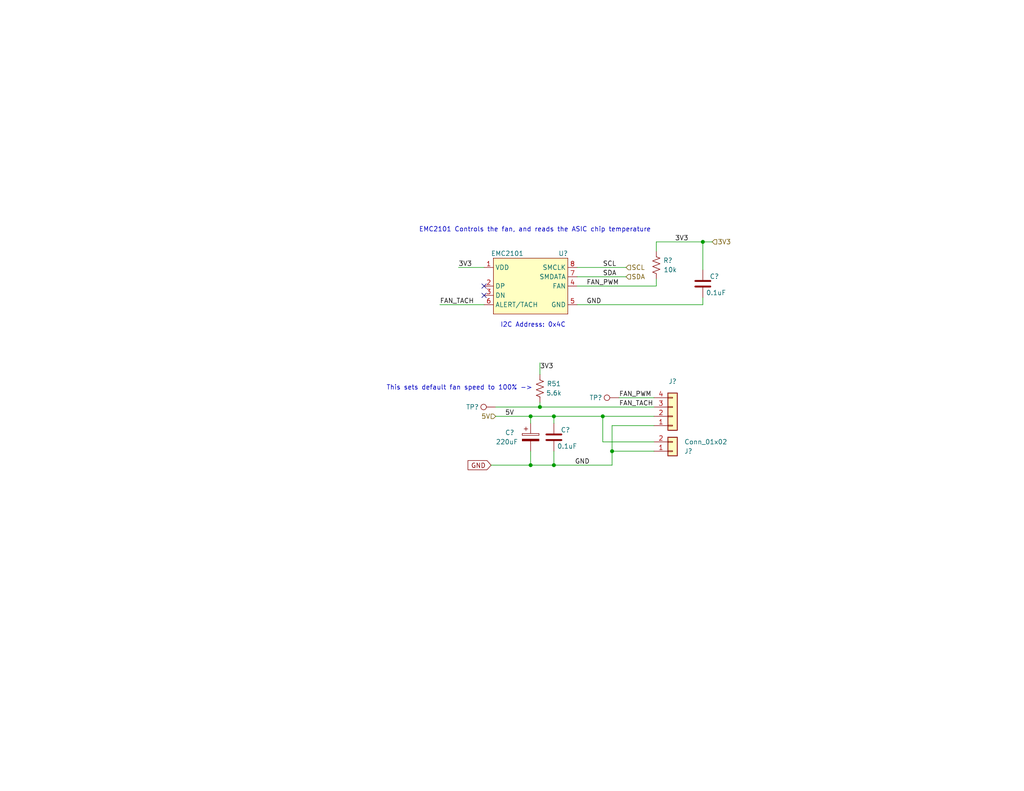
<source format=kicad_sch>
(kicad_sch
	(version 20250114)
	(generator "eeschema")
	(generator_version "9.0")
	(uuid "e3011397-6e70-47ae-93ca-7e99c3d9ef05")
	(paper "A")
	(lib_symbols
		(symbol "Connector:TestPoint"
			(pin_numbers
				(hide yes)
			)
			(pin_names
				(offset 0.762)
				(hide yes)
			)
			(exclude_from_sim no)
			(in_bom yes)
			(on_board yes)
			(property "Reference" "TP"
				(at 0 6.858 0)
				(effects
					(font
						(size 1.27 1.27)
					)
				)
			)
			(property "Value" "TestPoint"
				(at 0 5.08 0)
				(effects
					(font
						(size 1.27 1.27)
					)
				)
			)
			(property "Footprint" ""
				(at 5.08 0 0)
				(effects
					(font
						(size 1.27 1.27)
					)
					(hide yes)
				)
			)
			(property "Datasheet" "~"
				(at 5.08 0 0)
				(effects
					(font
						(size 1.27 1.27)
					)
					(hide yes)
				)
			)
			(property "Description" "test point"
				(at 0 0 0)
				(effects
					(font
						(size 1.27 1.27)
					)
					(hide yes)
				)
			)
			(property "ki_keywords" "test point tp"
				(at 0 0 0)
				(effects
					(font
						(size 1.27 1.27)
					)
					(hide yes)
				)
			)
			(property "ki_fp_filters" "Pin* Test*"
				(at 0 0 0)
				(effects
					(font
						(size 1.27 1.27)
					)
					(hide yes)
				)
			)
			(symbol "TestPoint_0_1"
				(circle
					(center 0 3.302)
					(radius 0.762)
					(stroke
						(width 0)
						(type default)
					)
					(fill
						(type none)
					)
				)
			)
			(symbol "TestPoint_1_1"
				(pin passive line
					(at 0 0 90)
					(length 2.54)
					(name "1"
						(effects
							(font
								(size 1.27 1.27)
							)
						)
					)
					(number "1"
						(effects
							(font
								(size 1.27 1.27)
							)
						)
					)
				)
			)
			(embedded_fonts no)
		)
		(symbol "Connector_Generic:Conn_01x02"
			(pin_names
				(offset 1.016)
				(hide yes)
			)
			(exclude_from_sim no)
			(in_bom yes)
			(on_board yes)
			(property "Reference" "J"
				(at 0 2.54 0)
				(effects
					(font
						(size 1.27 1.27)
					)
				)
			)
			(property "Value" "Conn_01x02"
				(at 0 -5.08 0)
				(effects
					(font
						(size 1.27 1.27)
					)
				)
			)
			(property "Footprint" ""
				(at 0 0 0)
				(effects
					(font
						(size 1.27 1.27)
					)
					(hide yes)
				)
			)
			(property "Datasheet" "~"
				(at 0 0 0)
				(effects
					(font
						(size 1.27 1.27)
					)
					(hide yes)
				)
			)
			(property "Description" "Generic connector, single row, 01x02, script generated (kicad-library-utils/schlib/autogen/connector/)"
				(at 0 0 0)
				(effects
					(font
						(size 1.27 1.27)
					)
					(hide yes)
				)
			)
			(property "ki_keywords" "connector"
				(at 0 0 0)
				(effects
					(font
						(size 1.27 1.27)
					)
					(hide yes)
				)
			)
			(property "ki_fp_filters" "Connector*:*_1x??_*"
				(at 0 0 0)
				(effects
					(font
						(size 1.27 1.27)
					)
					(hide yes)
				)
			)
			(symbol "Conn_01x02_1_1"
				(rectangle
					(start -1.27 1.27)
					(end 1.27 -3.81)
					(stroke
						(width 0.254)
						(type default)
					)
					(fill
						(type background)
					)
				)
				(rectangle
					(start -1.27 0.127)
					(end 0 -0.127)
					(stroke
						(width 0.1524)
						(type default)
					)
					(fill
						(type none)
					)
				)
				(rectangle
					(start -1.27 -2.413)
					(end 0 -2.667)
					(stroke
						(width 0.1524)
						(type default)
					)
					(fill
						(type none)
					)
				)
				(pin passive line
					(at -5.08 0 0)
					(length 3.81)
					(name "Pin_1"
						(effects
							(font
								(size 1.27 1.27)
							)
						)
					)
					(number "1"
						(effects
							(font
								(size 1.27 1.27)
							)
						)
					)
				)
				(pin passive line
					(at -5.08 -2.54 0)
					(length 3.81)
					(name "Pin_2"
						(effects
							(font
								(size 1.27 1.27)
							)
						)
					)
					(number "2"
						(effects
							(font
								(size 1.27 1.27)
							)
						)
					)
				)
			)
			(embedded_fonts no)
		)
		(symbol "Connector_Generic:Conn_01x04"
			(pin_names
				(offset 1.016)
				(hide yes)
			)
			(exclude_from_sim no)
			(in_bom yes)
			(on_board yes)
			(property "Reference" "J"
				(at 0 5.08 0)
				(effects
					(font
						(size 1.27 1.27)
					)
				)
			)
			(property "Value" "Conn_01x04"
				(at 0 -7.62 0)
				(effects
					(font
						(size 1.27 1.27)
					)
				)
			)
			(property "Footprint" ""
				(at 0 0 0)
				(effects
					(font
						(size 1.27 1.27)
					)
					(hide yes)
				)
			)
			(property "Datasheet" "~"
				(at 0 0 0)
				(effects
					(font
						(size 1.27 1.27)
					)
					(hide yes)
				)
			)
			(property "Description" "Generic connector, single row, 01x04, script generated (kicad-library-utils/schlib/autogen/connector/)"
				(at 0 0 0)
				(effects
					(font
						(size 1.27 1.27)
					)
					(hide yes)
				)
			)
			(property "ki_keywords" "connector"
				(at 0 0 0)
				(effects
					(font
						(size 1.27 1.27)
					)
					(hide yes)
				)
			)
			(property "ki_fp_filters" "Connector*:*_1x??_*"
				(at 0 0 0)
				(effects
					(font
						(size 1.27 1.27)
					)
					(hide yes)
				)
			)
			(symbol "Conn_01x04_1_1"
				(rectangle
					(start -1.27 3.81)
					(end 1.27 -6.35)
					(stroke
						(width 0.254)
						(type default)
					)
					(fill
						(type background)
					)
				)
				(rectangle
					(start -1.27 2.667)
					(end 0 2.413)
					(stroke
						(width 0.1524)
						(type default)
					)
					(fill
						(type none)
					)
				)
				(rectangle
					(start -1.27 0.127)
					(end 0 -0.127)
					(stroke
						(width 0.1524)
						(type default)
					)
					(fill
						(type none)
					)
				)
				(rectangle
					(start -1.27 -2.413)
					(end 0 -2.667)
					(stroke
						(width 0.1524)
						(type default)
					)
					(fill
						(type none)
					)
				)
				(rectangle
					(start -1.27 -4.953)
					(end 0 -5.207)
					(stroke
						(width 0.1524)
						(type default)
					)
					(fill
						(type none)
					)
				)
				(pin passive line
					(at -5.08 2.54 0)
					(length 3.81)
					(name "Pin_1"
						(effects
							(font
								(size 1.27 1.27)
							)
						)
					)
					(number "1"
						(effects
							(font
								(size 1.27 1.27)
							)
						)
					)
				)
				(pin passive line
					(at -5.08 0 0)
					(length 3.81)
					(name "Pin_2"
						(effects
							(font
								(size 1.27 1.27)
							)
						)
					)
					(number "2"
						(effects
							(font
								(size 1.27 1.27)
							)
						)
					)
				)
				(pin passive line
					(at -5.08 -2.54 0)
					(length 3.81)
					(name "Pin_3"
						(effects
							(font
								(size 1.27 1.27)
							)
						)
					)
					(number "3"
						(effects
							(font
								(size 1.27 1.27)
							)
						)
					)
				)
				(pin passive line
					(at -5.08 -5.08 0)
					(length 3.81)
					(name "Pin_4"
						(effects
							(font
								(size 1.27 1.27)
							)
						)
					)
					(number "4"
						(effects
							(font
								(size 1.27 1.27)
							)
						)
					)
				)
			)
			(embedded_fonts no)
		)
		(symbol "Device:C"
			(pin_numbers
				(hide yes)
			)
			(pin_names
				(offset 0.254)
			)
			(exclude_from_sim no)
			(in_bom yes)
			(on_board yes)
			(property "Reference" "C"
				(at 0.635 2.54 0)
				(effects
					(font
						(size 1.27 1.27)
					)
					(justify left)
				)
			)
			(property "Value" "C"
				(at 0.635 -2.54 0)
				(effects
					(font
						(size 1.27 1.27)
					)
					(justify left)
				)
			)
			(property "Footprint" ""
				(at 0.9652 -3.81 0)
				(effects
					(font
						(size 1.27 1.27)
					)
					(hide yes)
				)
			)
			(property "Datasheet" "~"
				(at 0 0 0)
				(effects
					(font
						(size 1.27 1.27)
					)
					(hide yes)
				)
			)
			(property "Description" "Unpolarized capacitor"
				(at 0 0 0)
				(effects
					(font
						(size 1.27 1.27)
					)
					(hide yes)
				)
			)
			(property "ki_keywords" "cap capacitor"
				(at 0 0 0)
				(effects
					(font
						(size 1.27 1.27)
					)
					(hide yes)
				)
			)
			(property "ki_fp_filters" "C_*"
				(at 0 0 0)
				(effects
					(font
						(size 1.27 1.27)
					)
					(hide yes)
				)
			)
			(symbol "C_0_1"
				(polyline
					(pts
						(xy -2.032 0.762) (xy 2.032 0.762)
					)
					(stroke
						(width 0.508)
						(type default)
					)
					(fill
						(type none)
					)
				)
				(polyline
					(pts
						(xy -2.032 -0.762) (xy 2.032 -0.762)
					)
					(stroke
						(width 0.508)
						(type default)
					)
					(fill
						(type none)
					)
				)
			)
			(symbol "C_1_1"
				(pin passive line
					(at 0 3.81 270)
					(length 2.794)
					(name "~"
						(effects
							(font
								(size 1.27 1.27)
							)
						)
					)
					(number "1"
						(effects
							(font
								(size 1.27 1.27)
							)
						)
					)
				)
				(pin passive line
					(at 0 -3.81 90)
					(length 2.794)
					(name "~"
						(effects
							(font
								(size 1.27 1.27)
							)
						)
					)
					(number "2"
						(effects
							(font
								(size 1.27 1.27)
							)
						)
					)
				)
			)
			(embedded_fonts no)
		)
		(symbol "Device:C_Polarized"
			(pin_numbers
				(hide yes)
			)
			(pin_names
				(offset 0.254)
			)
			(exclude_from_sim no)
			(in_bom yes)
			(on_board yes)
			(property "Reference" "C"
				(at 0.635 2.54 0)
				(effects
					(font
						(size 1.27 1.27)
					)
					(justify left)
				)
			)
			(property "Value" "C_Polarized"
				(at 0.635 -2.54 0)
				(effects
					(font
						(size 1.27 1.27)
					)
					(justify left)
				)
			)
			(property "Footprint" ""
				(at 0.9652 -3.81 0)
				(effects
					(font
						(size 1.27 1.27)
					)
					(hide yes)
				)
			)
			(property "Datasheet" "~"
				(at 0 0 0)
				(effects
					(font
						(size 1.27 1.27)
					)
					(hide yes)
				)
			)
			(property "Description" "Polarized capacitor"
				(at 0 0 0)
				(effects
					(font
						(size 1.27 1.27)
					)
					(hide yes)
				)
			)
			(property "ki_keywords" "cap capacitor"
				(at 0 0 0)
				(effects
					(font
						(size 1.27 1.27)
					)
					(hide yes)
				)
			)
			(property "ki_fp_filters" "CP_*"
				(at 0 0 0)
				(effects
					(font
						(size 1.27 1.27)
					)
					(hide yes)
				)
			)
			(symbol "C_Polarized_0_1"
				(rectangle
					(start -2.286 0.508)
					(end 2.286 1.016)
					(stroke
						(width 0)
						(type default)
					)
					(fill
						(type none)
					)
				)
				(polyline
					(pts
						(xy -1.778 2.286) (xy -0.762 2.286)
					)
					(stroke
						(width 0)
						(type default)
					)
					(fill
						(type none)
					)
				)
				(polyline
					(pts
						(xy -1.27 2.794) (xy -1.27 1.778)
					)
					(stroke
						(width 0)
						(type default)
					)
					(fill
						(type none)
					)
				)
				(rectangle
					(start 2.286 -0.508)
					(end -2.286 -1.016)
					(stroke
						(width 0)
						(type default)
					)
					(fill
						(type outline)
					)
				)
			)
			(symbol "C_Polarized_1_1"
				(pin passive line
					(at 0 3.81 270)
					(length 2.794)
					(name "~"
						(effects
							(font
								(size 1.27 1.27)
							)
						)
					)
					(number "1"
						(effects
							(font
								(size 1.27 1.27)
							)
						)
					)
				)
				(pin passive line
					(at 0 -3.81 90)
					(length 2.794)
					(name "~"
						(effects
							(font
								(size 1.27 1.27)
							)
						)
					)
					(number "2"
						(effects
							(font
								(size 1.27 1.27)
							)
						)
					)
				)
			)
			(embedded_fonts no)
		)
		(symbol "Device:R_US"
			(pin_numbers
				(hide yes)
			)
			(pin_names
				(offset 0)
			)
			(exclude_from_sim no)
			(in_bom yes)
			(on_board yes)
			(property "Reference" "R"
				(at 2.54 0 90)
				(effects
					(font
						(size 1.27 1.27)
					)
				)
			)
			(property "Value" "R_US"
				(at -2.54 0 90)
				(effects
					(font
						(size 1.27 1.27)
					)
				)
			)
			(property "Footprint" ""
				(at 1.016 -0.254 90)
				(effects
					(font
						(size 1.27 1.27)
					)
					(hide yes)
				)
			)
			(property "Datasheet" "~"
				(at 0 0 0)
				(effects
					(font
						(size 1.27 1.27)
					)
					(hide yes)
				)
			)
			(property "Description" "Resistor, US symbol"
				(at 0 0 0)
				(effects
					(font
						(size 1.27 1.27)
					)
					(hide yes)
				)
			)
			(property "ki_keywords" "R res resistor"
				(at 0 0 0)
				(effects
					(font
						(size 1.27 1.27)
					)
					(hide yes)
				)
			)
			(property "ki_fp_filters" "R_*"
				(at 0 0 0)
				(effects
					(font
						(size 1.27 1.27)
					)
					(hide yes)
				)
			)
			(symbol "R_US_0_1"
				(polyline
					(pts
						(xy 0 2.286) (xy 0 2.54)
					)
					(stroke
						(width 0)
						(type default)
					)
					(fill
						(type none)
					)
				)
				(polyline
					(pts
						(xy 0 2.286) (xy 1.016 1.905) (xy 0 1.524) (xy -1.016 1.143) (xy 0 0.762)
					)
					(stroke
						(width 0)
						(type default)
					)
					(fill
						(type none)
					)
				)
				(polyline
					(pts
						(xy 0 0.762) (xy 1.016 0.381) (xy 0 0) (xy -1.016 -0.381) (xy 0 -0.762)
					)
					(stroke
						(width 0)
						(type default)
					)
					(fill
						(type none)
					)
				)
				(polyline
					(pts
						(xy 0 -0.762) (xy 1.016 -1.143) (xy 0 -1.524) (xy -1.016 -1.905) (xy 0 -2.286)
					)
					(stroke
						(width 0)
						(type default)
					)
					(fill
						(type none)
					)
				)
				(polyline
					(pts
						(xy 0 -2.286) (xy 0 -2.54)
					)
					(stroke
						(width 0)
						(type default)
					)
					(fill
						(type none)
					)
				)
			)
			(symbol "R_US_1_1"
				(pin passive line
					(at 0 3.81 270)
					(length 1.27)
					(name "~"
						(effects
							(font
								(size 1.27 1.27)
							)
						)
					)
					(number "1"
						(effects
							(font
								(size 1.27 1.27)
							)
						)
					)
				)
				(pin passive line
					(at 0 -3.81 90)
					(length 1.27)
					(name "~"
						(effects
							(font
								(size 1.27 1.27)
							)
						)
					)
					(number "2"
						(effects
							(font
								(size 1.27 1.27)
							)
						)
					)
				)
			)
			(embedded_fonts no)
		)
		(symbol "bitaxe:EMC2101"
			(exclude_from_sim no)
			(in_bom yes)
			(on_board yes)
			(property "Reference" "U7"
				(at 8.89 8.89 0)
				(effects
					(font
						(size 1.27 1.27)
					)
				)
			)
			(property "Value" "EMC2101"
				(at -6.35 8.89 0)
				(effects
					(font
						(size 1.27 1.27)
					)
				)
			)
			(property "Footprint" "Package_SO:TSSOP-8_3x3mm_P0.65mm"
				(at 12.7 -8.89 0)
				(effects
					(font
						(size 1.27 1.27)
					)
					(hide yes)
				)
			)
			(property "Datasheet" "https://ww1.microchip.com/downloads/en/DeviceDoc/2101.pdf"
				(at 12.7 -8.89 0)
				(effects
					(font
						(size 1.27 1.27)
					)
					(hide yes)
				)
			)
			(property "Description" ""
				(at 0 0 0)
				(effects
					(font
						(size 1.27 1.27)
					)
					(hide yes)
				)
			)
			(property "DK" "EMC2101-R-ACZL-CT-ND"
				(at 0 0 0)
				(effects
					(font
						(size 1.27 1.27)
					)
					(hide yes)
				)
			)
			(property "PARTNO" "EMC2101-R-ACZL-TR"
				(at 0 0 0)
				(effects
					(font
						(size 1.27 1.27)
					)
					(hide yes)
				)
			)
			(symbol "EMC2101_0_1"
				(rectangle
					(start -10.16 7.62)
					(end 10.16 -7.62)
					(stroke
						(width 0.1524)
						(type default)
					)
					(fill
						(type background)
					)
				)
			)
			(symbol "EMC2101_1_1"
				(pin power_in line
					(at -12.7 5.08 0)
					(length 2.54)
					(name "VDD"
						(effects
							(font
								(size 1.27 1.27)
							)
						)
					)
					(number "1"
						(effects
							(font
								(size 1.27 1.27)
							)
						)
					)
				)
				(pin input line
					(at -12.7 0 0)
					(length 2.54)
					(name "DP"
						(effects
							(font
								(size 1.27 1.27)
							)
						)
					)
					(number "2"
						(effects
							(font
								(size 1.27 1.27)
							)
						)
					)
				)
				(pin input line
					(at -12.7 -2.54 0)
					(length 2.54)
					(name "DN"
						(effects
							(font
								(size 1.27 1.27)
							)
						)
					)
					(number "3"
						(effects
							(font
								(size 1.27 1.27)
							)
						)
					)
				)
				(pin input line
					(at -12.7 -5.08 0)
					(length 2.54)
					(name "ALERT/TACH"
						(effects
							(font
								(size 1.27 1.27)
							)
						)
					)
					(number "6"
						(effects
							(font
								(size 1.27 1.27)
							)
						)
					)
				)
				(pin input line
					(at 12.7 5.08 180)
					(length 2.54)
					(name "SMCLK"
						(effects
							(font
								(size 1.27 1.27)
							)
						)
					)
					(number "8"
						(effects
							(font
								(size 1.27 1.27)
							)
						)
					)
				)
				(pin input line
					(at 12.7 2.54 180)
					(length 2.54)
					(name "SMDATA"
						(effects
							(font
								(size 1.27 1.27)
							)
						)
					)
					(number "7"
						(effects
							(font
								(size 1.27 1.27)
							)
						)
					)
				)
				(pin output line
					(at 12.7 0 180)
					(length 2.54)
					(name "FAN"
						(effects
							(font
								(size 1.27 1.27)
							)
						)
					)
					(number "4"
						(effects
							(font
								(size 1.27 1.27)
							)
						)
					)
				)
				(pin power_in line
					(at 12.7 -5.08 180)
					(length 2.54)
					(name "GND"
						(effects
							(font
								(size 1.27 1.27)
							)
						)
					)
					(number "5"
						(effects
							(font
								(size 1.27 1.27)
							)
						)
					)
				)
			)
			(embedded_fonts no)
		)
	)
	(text "EMC2101 Controls the fan, and reads the ASIC chip temperature"
		(exclude_from_sim no)
		(at 114.3 63.5 0)
		(effects
			(font
				(size 1.27 1.27)
			)
			(justify left bottom)
		)
		(uuid "92d1bbcf-ce90-4936-bcfe-3e60d679acd4")
	)
	(text "This sets default fan speed to 100% ->"
		(exclude_from_sim no)
		(at 105.41 106.68 0)
		(effects
			(font
				(size 1.27 1.27)
			)
			(justify left bottom)
		)
		(uuid "9391c903-b245-477b-9482-f6c66e86b3b1")
	)
	(text "I2C Address: 0x4C"
		(exclude_from_sim no)
		(at 136.525 89.535 0)
		(effects
			(font
				(size 1.27 1.27)
			)
			(justify left bottom)
		)
		(uuid "e8713c99-6ab0-4c50-92f6-a466cf91cfaf")
	)
	(junction
		(at 191.77 66.04)
		(diameter 0)
		(color 0 0 0 0)
		(uuid "36098384-a65d-46b5-bc4f-e2e32971eae4")
	)
	(junction
		(at 164.465 113.665)
		(diameter 0)
		(color 0 0 0 0)
		(uuid "40a612cb-a75c-4a7e-8f99-5bb910f296d5")
	)
	(junction
		(at 151.13 113.665)
		(diameter 0)
		(color 0 0 0 0)
		(uuid "5f300e37-7aa6-42c2-b324-35b08d49c436")
	)
	(junction
		(at 167.005 123.19)
		(diameter 0)
		(color 0 0 0 0)
		(uuid "7c41473d-63fd-4186-94f1-7f995894465a")
	)
	(junction
		(at 147.32 111.125)
		(diameter 0)
		(color 0 0 0 0)
		(uuid "9e0aa163-60cc-467d-93bf-b8572bc79c84")
	)
	(junction
		(at 144.78 113.665)
		(diameter 0)
		(color 0 0 0 0)
		(uuid "b72fbda4-f5ef-4c4b-aa86-ea7412a67a3e")
	)
	(junction
		(at 144.78 127)
		(diameter 0)
		(color 0 0 0 0)
		(uuid "fce4b24b-a5db-4187-8b6e-6ad4a1b22b94")
	)
	(junction
		(at 151.13 127)
		(diameter 0)
		(color 0 0 0 0)
		(uuid "fe4c3244-42bf-42ff-9fea-4c032ea319b5")
	)
	(no_connect
		(at 132.08 78.105)
		(uuid "53fb1339-f8fb-48e9-806f-beb6cb6c454a")
	)
	(no_connect
		(at 132.08 80.645)
		(uuid "6cd48994-61e8-441a-af95-a9a9aa823a27")
	)
	(wire
		(pts
			(xy 157.48 73.025) (xy 170.815 73.025)
		)
		(stroke
			(width 0)
			(type default)
		)
		(uuid "02305ac9-a2b9-4754-a661-bab892b9c087")
	)
	(wire
		(pts
			(xy 144.78 123.19) (xy 144.78 127)
		)
		(stroke
			(width 0)
			(type default)
		)
		(uuid "042221b1-698e-4c28-911e-3e5b0e4c19d3")
	)
	(wire
		(pts
			(xy 135.255 111.125) (xy 147.32 111.125)
		)
		(stroke
			(width 0)
			(type default)
		)
		(uuid "0f00c769-8977-4354-96ce-71683787d219")
	)
	(wire
		(pts
			(xy 144.78 127) (xy 151.13 127)
		)
		(stroke
			(width 0)
			(type default)
		)
		(uuid "16f3aa16-2940-4e81-ae0a-39e2cc9a14fe")
	)
	(wire
		(pts
			(xy 179.07 66.04) (xy 191.77 66.04)
		)
		(stroke
			(width 0)
			(type default)
		)
		(uuid "28ce238a-9ef7-4d27-a72f-eabd77e9dc73")
	)
	(wire
		(pts
			(xy 194.31 66.04) (xy 191.77 66.04)
		)
		(stroke
			(width 0)
			(type default)
		)
		(uuid "3143baee-4d19-47dd-b187-e0754a93c522")
	)
	(wire
		(pts
			(xy 120.015 83.185) (xy 132.08 83.185)
		)
		(stroke
			(width 0)
			(type default)
		)
		(uuid "3d2bc224-913b-46eb-9884-96956ddaff24")
	)
	(wire
		(pts
			(xy 147.32 111.125) (xy 178.435 111.125)
		)
		(stroke
			(width 0)
			(type default)
		)
		(uuid "3d767762-78e5-4a51-a409-b2755dbefa8f")
	)
	(wire
		(pts
			(xy 157.48 75.565) (xy 170.815 75.565)
		)
		(stroke
			(width 0)
			(type default)
		)
		(uuid "42db09df-c353-4633-a6e0-ba0aa8bd35b9")
	)
	(wire
		(pts
			(xy 144.78 113.665) (xy 151.13 113.665)
		)
		(stroke
			(width 0)
			(type default)
		)
		(uuid "4548bb18-2c1f-4f57-a47f-3bd9378ea61c")
	)
	(wire
		(pts
			(xy 164.465 120.65) (xy 178.435 120.65)
		)
		(stroke
			(width 0)
			(type default)
		)
		(uuid "48bfff22-a13b-4afe-8717-bcc85d3053ca")
	)
	(wire
		(pts
			(xy 167.005 116.205) (xy 167.005 123.19)
		)
		(stroke
			(width 0)
			(type default)
		)
		(uuid "564fd2bd-8e49-4270-baf0-479bb1213e9e")
	)
	(wire
		(pts
			(xy 125.095 73.025) (xy 132.08 73.025)
		)
		(stroke
			(width 0)
			(type default)
		)
		(uuid "5d8f4549-4960-4ad8-bba3-8163614e16e4")
	)
	(wire
		(pts
			(xy 167.005 123.19) (xy 167.005 127)
		)
		(stroke
			(width 0)
			(type default)
		)
		(uuid "5dcad6ad-ef4c-4e7a-884a-29a69af444ca")
	)
	(wire
		(pts
			(xy 167.005 123.19) (xy 178.435 123.19)
		)
		(stroke
			(width 0)
			(type default)
		)
		(uuid "643c0ded-3acb-4bc2-befb-3a35a7d52ffe")
	)
	(wire
		(pts
			(xy 191.77 81.28) (xy 191.77 83.185)
		)
		(stroke
			(width 0)
			(type default)
		)
		(uuid "6d2e21ea-65e8-425f-afcd-b6049bfcb2e0")
	)
	(wire
		(pts
			(xy 191.77 66.04) (xy 191.77 73.66)
		)
		(stroke
			(width 0)
			(type default)
		)
		(uuid "8a847dd2-01e8-421f-84b3-b8dc6a1fe296")
	)
	(wire
		(pts
			(xy 179.07 66.04) (xy 179.07 68.58)
		)
		(stroke
			(width 0)
			(type default)
		)
		(uuid "92a3ec7d-9b9a-42a9-a1f2-96522766883a")
	)
	(wire
		(pts
			(xy 164.465 113.665) (xy 178.435 113.665)
		)
		(stroke
			(width 0)
			(type default)
		)
		(uuid "9ad513e1-13b6-41a4-8ba2-23680d1b2d62")
	)
	(wire
		(pts
			(xy 151.13 113.665) (xy 151.13 115.57)
		)
		(stroke
			(width 0)
			(type default)
		)
		(uuid "9e12a2fa-768b-4ba5-8104-b73a75717b40")
	)
	(wire
		(pts
			(xy 179.07 78.105) (xy 179.07 76.2)
		)
		(stroke
			(width 0)
			(type default)
		)
		(uuid "a5620cc8-56ef-4b6f-8bc7-372e4d76fe90")
	)
	(wire
		(pts
			(xy 167.005 116.205) (xy 178.435 116.205)
		)
		(stroke
			(width 0)
			(type default)
		)
		(uuid "a6664df2-2c7f-4383-864f-c825e1df10bd")
	)
	(wire
		(pts
			(xy 168.91 108.585) (xy 178.435 108.585)
		)
		(stroke
			(width 0)
			(type default)
		)
		(uuid "ad6512fd-5cb9-4e99-a1b4-e34cf222f3c4")
	)
	(wire
		(pts
			(xy 151.13 113.665) (xy 164.465 113.665)
		)
		(stroke
			(width 0)
			(type default)
		)
		(uuid "b32eeff5-b74c-46a6-b457-08158d948ffb")
	)
	(wire
		(pts
			(xy 157.48 83.185) (xy 191.77 83.185)
		)
		(stroke
			(width 0)
			(type default)
		)
		(uuid "bc80b019-7e27-4cd8-b69f-170fcd14ff84")
	)
	(wire
		(pts
			(xy 147.32 109.855) (xy 147.32 111.125)
		)
		(stroke
			(width 0)
			(type default)
		)
		(uuid "c1fd8110-ee2e-4ae6-b874-020f36ec0426")
	)
	(wire
		(pts
			(xy 157.48 78.105) (xy 179.07 78.105)
		)
		(stroke
			(width 0)
			(type default)
		)
		(uuid "cf8ad2dc-7d86-4614-a5dc-68496df41fa5")
	)
	(wire
		(pts
			(xy 135.255 113.665) (xy 144.78 113.665)
		)
		(stroke
			(width 0)
			(type default)
		)
		(uuid "d0ce31b8-c637-4050-b583-ffea78bd3c5c")
	)
	(wire
		(pts
			(xy 133.985 127) (xy 144.78 127)
		)
		(stroke
			(width 0)
			(type default)
		)
		(uuid "d463f35c-351b-44a1-8c18-ccab91fc6148")
	)
	(wire
		(pts
			(xy 164.465 120.65) (xy 164.465 113.665)
		)
		(stroke
			(width 0)
			(type default)
		)
		(uuid "d6ecdba8-c846-437c-8219-fae8ce1a280c")
	)
	(wire
		(pts
			(xy 144.78 113.665) (xy 144.78 115.57)
		)
		(stroke
			(width 0)
			(type default)
		)
		(uuid "dfa730e1-74a8-4287-b404-f71d62615d55")
	)
	(wire
		(pts
			(xy 151.13 127) (xy 167.005 127)
		)
		(stroke
			(width 0)
			(type default)
		)
		(uuid "e19d420b-1778-47d1-8a86-b6d21e742a02")
	)
	(wire
		(pts
			(xy 147.32 99.06) (xy 147.32 102.235)
		)
		(stroke
			(width 0)
			(type default)
		)
		(uuid "f67dcf35-7c2d-42ec-925d-e874ce1de872")
	)
	(wire
		(pts
			(xy 151.13 123.19) (xy 151.13 127)
		)
		(stroke
			(width 0)
			(type default)
		)
		(uuid "fa5ccc40-3f15-429c-a73a-02c307af9a27")
	)
	(label "FAN_PWM"
		(at 160.02 78.105 0)
		(effects
			(font
				(size 1.27 1.27)
			)
			(justify left bottom)
		)
		(uuid "1472b4b3-985a-4e48-bc16-0d0d4a8ede12")
	)
	(label "GND"
		(at 160.02 83.185 0)
		(effects
			(font
				(size 1.27 1.27)
			)
			(justify left bottom)
		)
		(uuid "53b873b0-8838-4321-9fc1-3563d52e65f7")
	)
	(label "SCL"
		(at 164.465 73.025 0)
		(effects
			(font
				(size 1.27 1.27)
			)
			(justify left bottom)
		)
		(uuid "5dbcfe0f-034a-4016-9873-2205d3808900")
	)
	(label "3V3"
		(at 147.32 100.965 0)
		(effects
			(font
				(size 1.27 1.27)
			)
			(justify left bottom)
		)
		(uuid "5fa41b17-79b5-453a-b335-52571b617545")
	)
	(label "FAN_TACH"
		(at 120.015 83.185 0)
		(effects
			(font
				(size 1.27 1.27)
			)
			(justify left bottom)
		)
		(uuid "64f63d0b-350f-4561-8a33-32a03a6c08c6")
	)
	(label "GND"
		(at 156.845 127 0)
		(effects
			(font
				(size 1.27 1.27)
			)
			(justify left bottom)
		)
		(uuid "65ec0d2a-9245-4718-a004-ad2f1ed90296")
	)
	(label "FAN_PWM"
		(at 168.91 108.585 0)
		(effects
			(font
				(size 1.27 1.27)
			)
			(justify left bottom)
		)
		(uuid "6eec903f-96f0-4ee8-8e4f-9866a5101010")
	)
	(label "3V3"
		(at 184.15 66.04 0)
		(effects
			(font
				(size 1.27 1.27)
			)
			(justify left bottom)
		)
		(uuid "909580ad-17b5-40b1-b95b-30a486e4aaac")
	)
	(label "3V3"
		(at 125.095 73.025 0)
		(effects
			(font
				(size 1.27 1.27)
			)
			(justify left bottom)
		)
		(uuid "98e9f40e-00bd-4056-a7b4-224d5a9660df")
	)
	(label "5V"
		(at 137.795 113.665 0)
		(effects
			(font
				(size 1.27 1.27)
			)
			(justify left bottom)
		)
		(uuid "9e8549f7-80f9-4673-9e2a-55f919f42ae8")
	)
	(label "SDA"
		(at 164.465 75.565 0)
		(effects
			(font
				(size 1.27 1.27)
			)
			(justify left bottom)
		)
		(uuid "a919bf4d-298c-43bd-bd61-fea10e7d6e58")
	)
	(label "FAN_TACH"
		(at 168.91 111.125 0)
		(effects
			(font
				(size 1.27 1.27)
			)
			(justify left bottom)
		)
		(uuid "eea3c07d-89b2-49b6-a9fa-0f493ec420c4")
	)
	(global_label "GND"
		(shape input)
		(at 133.985 127 180)
		(fields_autoplaced yes)
		(effects
			(font
				(size 1.27 1.27)
			)
			(justify right)
		)
		(uuid "fd3c70fb-9fcf-4285-b9fc-371b20a2c5ac")
		(property "Intersheetrefs" "${INTERSHEET_REFS}"
			(at 127.1293 127 0)
			(effects
				(font
					(size 1.27 1.27)
				)
				(justify right)
				(hide yes)
			)
		)
	)
	(hierarchical_label "5V"
		(shape input)
		(at 135.255 113.665 180)
		(effects
			(font
				(size 1.27 1.27)
			)
			(justify right)
		)
		(uuid "0a7056df-0471-43a5-af73-8a2ce8f60b8a")
	)
	(hierarchical_label "SCL"
		(shape input)
		(at 170.815 73.025 0)
		(effects
			(font
				(size 1.27 1.27)
			)
			(justify left)
		)
		(uuid "d5e8abee-3767-476f-8e5d-433184682270")
	)
	(hierarchical_label "SDA"
		(shape input)
		(at 170.815 75.565 0)
		(effects
			(font
				(size 1.27 1.27)
			)
			(justify left)
		)
		(uuid "f89e2a71-fb77-4e7b-bbb8-97c46bdcc78c")
	)
	(hierarchical_label "3V3"
		(shape input)
		(at 194.31 66.04 0)
		(effects
			(font
				(size 1.27 1.27)
			)
			(justify left)
		)
		(uuid "fb0d5031-f0a0-46de-8b87-13c454ac2d43")
	)
	(symbol
		(lib_id "Connector:TestPoint")
		(at 168.91 108.585 90)
		(mirror x)
		(unit 1)
		(exclude_from_sim no)
		(in_bom no)
		(on_board yes)
		(dnp no)
		(uuid "06eb653b-c15c-416b-be86-59e88d0695a0")
		(property "Reference" "TP?"
			(at 162.56 108.585 90)
			(effects
				(font
					(size 1.27 1.27)
				)
			)
		)
		(property "Value" "TestPoint"
			(at 163.195 109.8549 90)
			(effects
				(font
					(size 1.27 1.27)
				)
				(justify left)
				(hide yes)
			)
		)
		(property "Footprint" "TestPoint:TestPoint_Pad_D1.5mm"
			(at 168.91 113.665 0)
			(effects
				(font
					(size 1.27 1.27)
				)
				(hide yes)
			)
		)
		(property "Datasheet" "~"
			(at 168.91 113.665 0)
			(effects
				(font
					(size 1.27 1.27)
				)
				(hide yes)
			)
		)
		(property "Description" ""
			(at 168.91 108.585 0)
			(effects
				(font
					(size 1.27 1.27)
				)
			)
		)
		(pin "1"
			(uuid "b9cdf6f5-db2c-4466-a095-1509db66167f")
		)
		(instances
			(project "fan"
				(path "/e3011397-6e70-47ae-93ca-7e99c3d9ef05"
					(reference "TP?")
					(unit 1)
				)
			)
			(project "bitaxeUltra"
				(path "/e63e39d7-6ac0-4ffd-8aa3-1841a4541b55/8e8832ea-6bf1-49d2-b3a5-32a207f555d2"
					(reference "TP15")
					(unit 1)
				)
			)
		)
	)
	(symbol
		(lib_id "Device:R_US")
		(at 147.32 106.045 180)
		(unit 1)
		(exclude_from_sim no)
		(in_bom yes)
		(on_board yes)
		(dnp no)
		(uuid "0f840166-0c95-48dc-92ea-ad52bb35b8b5")
		(property "Reference" "R51"
			(at 151.13 104.775 0)
			(effects
				(font
					(size 1.27 1.27)
				)
			)
		)
		(property "Value" "5.6k"
			(at 151.13 107.315 0)
			(effects
				(font
					(size 1.27 1.27)
				)
			)
		)
		(property "Footprint" "Resistor_SMD:R_0402_1005Metric"
			(at 146.304 105.791 90)
			(effects
				(font
					(size 1.27 1.27)
				)
				(hide yes)
			)
		)
		(property "Datasheet" "~"
			(at 147.32 106.045 0)
			(effects
				(font
					(size 1.27 1.27)
				)
				(hide yes)
			)
		)
		(property "Description" ""
			(at 147.32 106.045 0)
			(effects
				(font
					(size 1.27 1.27)
				)
			)
		)
		(property "DK" "13-RC0402FR-135K6LCT-ND"
			(at 147.32 106.045 0)
			(effects
				(font
					(size 1.27 1.27)
				)
				(hide yes)
			)
		)
		(property "PARTNO" "RC0402FR-135K6L"
			(at 147.32 106.045 0)
			(effects
				(font
					(size 1.27 1.27)
				)
				(hide yes)
			)
		)
		(pin "1"
			(uuid "040f18aa-d767-4ef9-b8dc-85487a341f50")
		)
		(pin "2"
			(uuid "29de5c54-6212-4c5e-bdd2-a782df5e7e9a")
		)
		(instances
			(project "fan"
				(path "/e3011397-6e70-47ae-93ca-7e99c3d9ef05"
					(reference "R51")
					(unit 1)
				)
			)
			(project "bitaxeUltra"
				(path "/e63e39d7-6ac0-4ffd-8aa3-1841a4541b55/8e8832ea-6bf1-49d2-b3a5-32a207f555d2"
					(reference "R2")
					(unit 1)
				)
			)
		)
	)
	(symbol
		(lib_id "Device:C")
		(at 191.77 77.47 0)
		(mirror y)
		(unit 1)
		(exclude_from_sim no)
		(in_bom yes)
		(on_board yes)
		(dnp no)
		(uuid "2d0f3f1e-319b-4949-afff-d4285e71670d")
		(property "Reference" "C?"
			(at 196.215 76.2 0)
			(effects
				(font
					(size 1.27 1.27)
				)
				(justify left bottom)
			)
		)
		(property "Value" "0.1uF"
			(at 198.12 80.645 0)
			(effects
				(font
					(size 1.27 1.27)
				)
				(justify left bottom)
			)
		)
		(property "Footprint" "Capacitor_SMD:C_0402_1005Metric"
			(at 191.77 77.47 0)
			(effects
				(font
					(size 1.27 1.27)
				)
				(hide yes)
			)
		)
		(property "Datasheet" ""
			(at 191.77 77.47 0)
			(effects
				(font
					(size 1.27 1.27)
				)
				(hide yes)
			)
		)
		(property "Description" ""
			(at 191.77 77.47 0)
			(effects
				(font
					(size 1.27 1.27)
				)
			)
		)
		(property "DK" "1292-1639-1-ND"
			(at 191.77 77.47 0)
			(effects
				(font
					(size 1.27 1.27)
				)
				(hide yes)
			)
		)
		(property "PARTNO" "0402X104K100CT"
			(at 191.77 77.47 0)
			(effects
				(font
					(size 1.27 1.27)
				)
				(hide yes)
			)
		)
		(pin "1"
			(uuid "e1611bb1-77e5-4d0e-bc71-d474ce92fb27")
		)
		(pin "2"
			(uuid "35f5221b-1ac6-482a-b604-412f5acd65e5")
		)
		(instances
			(project "fan"
				(path "/e3011397-6e70-47ae-93ca-7e99c3d9ef05"
					(reference "C?")
					(unit 1)
				)
			)
			(project "bitaxeUltra"
				(path "/e63e39d7-6ac0-4ffd-8aa3-1841a4541b55/8e8832ea-6bf1-49d2-b3a5-32a207f555d2"
					(reference "C33")
					(unit 1)
				)
			)
		)
	)
	(symbol
		(lib_id "Device:C")
		(at 151.13 119.38 0)
		(mirror y)
		(unit 1)
		(exclude_from_sim no)
		(in_bom yes)
		(on_board yes)
		(dnp no)
		(uuid "384597ad-1777-489b-81b5-40f7cec241e5")
		(property "Reference" "C?"
			(at 155.575 118.11 0)
			(effects
				(font
					(size 1.27 1.27)
				)
				(justify left bottom)
			)
		)
		(property "Value" "0.1uF"
			(at 157.48 122.555 0)
			(effects
				(font
					(size 1.27 1.27)
				)
				(justify left bottom)
			)
		)
		(property "Footprint" "Capacitor_SMD:C_0402_1005Metric"
			(at 151.13 119.38 0)
			(effects
				(font
					(size 1.27 1.27)
				)
				(hide yes)
			)
		)
		(property "Datasheet" ""
			(at 151.13 119.38 0)
			(effects
				(font
					(size 1.27 1.27)
				)
				(hide yes)
			)
		)
		(property "Description" ""
			(at 151.13 119.38 0)
			(effects
				(font
					(size 1.27 1.27)
				)
			)
		)
		(property "DK" "1292-1639-1-ND"
			(at 151.13 119.38 0)
			(effects
				(font
					(size 1.27 1.27)
				)
				(hide yes)
			)
		)
		(property "PARTNO" "0402X104K100CT"
			(at 151.13 119.38 0)
			(effects
				(font
					(size 1.27 1.27)
				)
				(hide yes)
			)
		)
		(pin "1"
			(uuid "19b7c567-950a-4608-9570-0f0ef1cda34d")
		)
		(pin "2"
			(uuid "981cf881-1b55-4236-9f43-d6028a10610f")
		)
		(instances
			(project "fan"
				(path "/e3011397-6e70-47ae-93ca-7e99c3d9ef05"
					(reference "C?")
					(unit 1)
				)
			)
			(project "bitaxeUltra"
				(path "/e63e39d7-6ac0-4ffd-8aa3-1841a4541b55/8e8832ea-6bf1-49d2-b3a5-32a207f555d2"
					(reference "C29")
					(unit 1)
				)
			)
		)
	)
	(symbol
		(lib_id "Connector_Generic:Conn_01x04")
		(at 183.515 113.665 0)
		(mirror x)
		(unit 1)
		(exclude_from_sim no)
		(in_bom yes)
		(on_board yes)
		(dnp no)
		(fields_autoplaced yes)
		(uuid "89552359-e64c-4ef0-97ec-17f2c49cd40f")
		(property "Reference" "J?"
			(at 183.515 104.14 0)
			(effects
				(font
					(size 1.27 1.27)
				)
			)
		)
		(property "Value" "Conn_01x04"
			(at 183.515 104.14 0)
			(effects
				(font
					(size 1.27 1.27)
				)
				(hide yes)
			)
		)
		(property "Footprint" "bitaxe:470531000"
			(at 183.515 113.665 0)
			(effects
				(font
					(size 1.27 1.27)
				)
				(hide yes)
			)
		)
		(property "Datasheet" "~"
			(at 183.515 113.665 0)
			(effects
				(font
					(size 1.27 1.27)
				)
				(hide yes)
			)
		)
		(property "Description" ""
			(at 183.515 113.665 0)
			(effects
				(font
					(size 1.27 1.27)
				)
			)
		)
		(property "PARTNO" "0470531000"
			(at 183.515 113.665 0)
			(effects
				(font
					(size 1.27 1.27)
				)
				(hide yes)
			)
		)
		(property "DK" "WM4330-ND"
			(at 183.515 113.665 0)
			(effects
				(font
					(size 1.27 1.27)
				)
				(hide yes)
			)
		)
		(pin "1"
			(uuid "82811de8-78ab-47d8-b95e-134a23529a1f")
		)
		(pin "2"
			(uuid "f43acc6c-921f-414f-8ee0-4967d2531cae")
		)
		(pin "3"
			(uuid "dc277c1e-9d04-46c8-b49f-88d8be8970e0")
		)
		(pin "4"
			(uuid "60b34f21-437e-4be7-9172-47fab6f2d33e")
		)
		(instances
			(project "fan"
				(path "/e3011397-6e70-47ae-93ca-7e99c3d9ef05"
					(reference "J?")
					(unit 1)
				)
			)
			(project "bitaxeUltra"
				(path "/e63e39d7-6ac0-4ffd-8aa3-1841a4541b55/8e8832ea-6bf1-49d2-b3a5-32a207f555d2"
					(reference "J4")
					(unit 1)
				)
			)
		)
	)
	(symbol
		(lib_id "Connector:TestPoint")
		(at 135.255 111.125 90)
		(mirror x)
		(unit 1)
		(exclude_from_sim no)
		(in_bom no)
		(on_board yes)
		(dnp no)
		(uuid "dbe78ea1-de61-4cfe-8d9a-6a7db6a2845a")
		(property "Reference" "TP?"
			(at 128.905 111.125 90)
			(effects
				(font
					(size 1.27 1.27)
				)
			)
		)
		(property "Value" "TestPoint"
			(at 129.54 112.3949 90)
			(effects
				(font
					(size 1.27 1.27)
				)
				(justify left)
				(hide yes)
			)
		)
		(property "Footprint" "TestPoint:TestPoint_Pad_D1.5mm"
			(at 135.255 116.205 0)
			(effects
				(font
					(size 1.27 1.27)
				)
				(hide yes)
			)
		)
		(property "Datasheet" "~"
			(at 135.255 116.205 0)
			(effects
				(font
					(size 1.27 1.27)
				)
				(hide yes)
			)
		)
		(property "Description" ""
			(at 135.255 111.125 0)
			(effects
				(font
					(size 1.27 1.27)
				)
			)
		)
		(pin "1"
			(uuid "8220d9cc-4dbd-4ca0-b3b9-8e7032d8c315")
		)
		(instances
			(project "fan"
				(path "/e3011397-6e70-47ae-93ca-7e99c3d9ef05"
					(reference "TP?")
					(unit 1)
				)
			)
			(project "bitaxeUltra"
				(path "/e63e39d7-6ac0-4ffd-8aa3-1841a4541b55/8e8832ea-6bf1-49d2-b3a5-32a207f555d2"
					(reference "TP16")
					(unit 1)
				)
			)
		)
	)
	(symbol
		(lib_id "Device:C_Polarized")
		(at 144.78 119.38 0)
		(unit 1)
		(exclude_from_sim no)
		(in_bom yes)
		(on_board yes)
		(dnp no)
		(uuid "ea238a8f-7ed9-44a5-81a6-863ba1ce82e4")
		(property "Reference" "C?"
			(at 137.795 118.11 0)
			(effects
				(font
					(size 1.27 1.27)
				)
				(justify left)
			)
		)
		(property "Value" "220uF"
			(at 135.255 120.65 0)
			(effects
				(font
					(size 1.27 1.27)
				)
				(justify left)
			)
		)
		(property "Footprint" "Capacitor_SMD:CP_Elec_6.3x7.7"
			(at 145.7452 123.19 0)
			(effects
				(font
					(size 1.27 1.27)
				)
				(hide yes)
			)
		)
		(property "Datasheet" "~"
			(at 144.78 119.38 0)
			(effects
				(font
					(size 1.27 1.27)
				)
				(hide yes)
			)
		)
		(property "Description" ""
			(at 144.78 119.38 0)
			(effects
				(font
					(size 1.27 1.27)
				)
			)
		)
		(property "DK" "732-8422-1-ND"
			(at 144.78 119.38 0)
			(effects
				(font
					(size 1.27 1.27)
				)
				(hide yes)
			)
		)
		(property "PARTNO" "865080345012"
			(at 144.78 119.38 0)
			(effects
				(font
					(size 1.27 1.27)
				)
				(hide yes)
			)
		)
		(pin "1"
			(uuid "fd4dc29f-639f-4bb4-aa7b-116dd0f1f23f")
		)
		(pin "2"
			(uuid "188c7b98-423a-402b-95d1-52b06de18da2")
		)
		(instances
			(project "fan"
				(path "/e3011397-6e70-47ae-93ca-7e99c3d9ef05"
					(reference "C?")
					(unit 1)
				)
			)
			(project "bitaxeUltra"
				(path "/e63e39d7-6ac0-4ffd-8aa3-1841a4541b55/8e8832ea-6bf1-49d2-b3a5-32a207f555d2"
					(reference "C28")
					(unit 1)
				)
			)
		)
	)
	(symbol
		(lib_id "Device:R_US")
		(at 179.07 72.39 180)
		(unit 1)
		(exclude_from_sim no)
		(in_bom yes)
		(on_board yes)
		(dnp no)
		(uuid "f2e7af10-6fc6-4a2c-97e4-ae7d4261ed60")
		(property "Reference" "R?"
			(at 182.245 71.12 0)
			(effects
				(font
					(size 1.27 1.27)
				)
			)
		)
		(property "Value" "10k"
			(at 182.88 73.66 0)
			(effects
				(font
					(size 1.27 1.27)
				)
			)
		)
		(property "Footprint" "Resistor_SMD:R_0402_1005Metric"
			(at 178.054 72.136 90)
			(effects
				(font
					(size 1.27 1.27)
				)
				(hide yes)
			)
		)
		(property "Datasheet" "~"
			(at 179.07 72.39 0)
			(effects
				(font
					(size 1.27 1.27)
				)
				(hide yes)
			)
		)
		(property "Description" ""
			(at 179.07 72.39 0)
			(effects
				(font
					(size 1.27 1.27)
				)
			)
		)
		(property "DK" "311-10KJRCT-ND"
			(at 179.07 72.39 0)
			(effects
				(font
					(size 1.27 1.27)
				)
				(hide yes)
			)
		)
		(property "PARTNO" "RC0402JR-0710KL"
			(at 179.07 72.39 0)
			(effects
				(font
					(size 1.27 1.27)
				)
				(hide yes)
			)
		)
		(pin "1"
			(uuid "254c89af-070d-4eb3-855d-5f59cc9260f2")
		)
		(pin "2"
			(uuid "e3a95dd9-3ce3-49ba-b367-af8493c19616")
		)
		(instances
			(project "fan"
				(path "/e3011397-6e70-47ae-93ca-7e99c3d9ef05"
					(reference "R?")
					(unit 1)
				)
			)
			(project "bitaxeUltra"
				(path "/e63e39d7-6ac0-4ffd-8aa3-1841a4541b55/8e8832ea-6bf1-49d2-b3a5-32a207f555d2"
					(reference "R9")
					(unit 1)
				)
			)
		)
	)
	(symbol
		(lib_id "bitaxe:EMC2101")
		(at 144.78 78.105 0)
		(unit 1)
		(exclude_from_sim no)
		(in_bom yes)
		(on_board yes)
		(dnp no)
		(uuid "fb04dc24-7397-4d6c-a497-8e47f07f421a")
		(property "Reference" "U?"
			(at 153.67 69.215 0)
			(effects
				(font
					(size 1.27 1.27)
				)
			)
		)
		(property "Value" "EMC2101"
			(at 138.43 69.215 0)
			(effects
				(font
					(size 1.27 1.27)
				)
			)
		)
		(property "Footprint" "Package_SO:TSSOP-8_3x3mm_P0.65mm"
			(at 157.48 86.995 0)
			(effects
				(font
					(size 1.27 1.27)
				)
				(hide yes)
			)
		)
		(property "Datasheet" "https://ww1.microchip.com/downloads/en/DeviceDoc/2101.pdf"
			(at 157.48 86.995 0)
			(effects
				(font
					(size 1.27 1.27)
				)
				(hide yes)
			)
		)
		(property "Description" ""
			(at 144.78 78.105 0)
			(effects
				(font
					(size 1.27 1.27)
				)
			)
		)
		(property "DK" "EMC2101-R-ACZL-CT-ND"
			(at 144.78 78.105 0)
			(effects
				(font
					(size 1.27 1.27)
				)
				(hide yes)
			)
		)
		(property "PARTNO" "EMC2101-R-ACZL-TR"
			(at 144.78 78.105 0)
			(effects
				(font
					(size 1.27 1.27)
				)
				(hide yes)
			)
		)
		(pin "1"
			(uuid "19ba57dd-4a52-4256-a5af-84ef3dbb080b")
		)
		(pin "2"
			(uuid "322c71cf-6ae2-46f1-a5ec-c067d6259a6e")
		)
		(pin "3"
			(uuid "3d2a113f-cc7e-4023-a586-d167da5715c8")
		)
		(pin "4"
			(uuid "cd34bd9f-f880-4b6c-82e9-c194ec2c7e5c")
		)
		(pin "5"
			(uuid "ace0cab6-32ba-46e6-b7e6-1f2c4b5b1000")
		)
		(pin "6"
			(uuid "6d984bd2-1667-4f4a-b33b-99128ffcb18c")
		)
		(pin "7"
			(uuid "e1bb788b-9f33-4c06-9c5d-d26107eb7be6")
		)
		(pin "8"
			(uuid "dd998fe8-e98a-4316-9c45-270c06880f47")
		)
		(instances
			(project "fan"
				(path "/e3011397-6e70-47ae-93ca-7e99c3d9ef05"
					(reference "U?")
					(unit 1)
				)
			)
			(project "bitaxeUltra"
				(path "/e63e39d7-6ac0-4ffd-8aa3-1841a4541b55/8e8832ea-6bf1-49d2-b3a5-32a207f555d2"
					(reference "U7")
					(unit 1)
				)
			)
		)
	)
	(symbol
		(lib_id "Connector_Generic:Conn_01x02")
		(at 183.515 123.19 0)
		(mirror x)
		(unit 1)
		(exclude_from_sim no)
		(in_bom yes)
		(on_board yes)
		(dnp no)
		(uuid "fd877a67-3248-4019-bd11-4383fc63a3e5")
		(property "Reference" "J?"
			(at 186.69 123.19 0)
			(effects
				(font
					(size 1.27 1.27)
				)
				(justify left)
			)
		)
		(property "Value" "Conn_01x02"
			(at 186.69 120.65 0)
			(effects
				(font
					(size 1.27 1.27)
				)
				(justify left)
			)
		)
		(property "Footprint" "bitaxe:JST_XH_B2B-XH-A_1x02_P2.50mm_Vertical"
			(at 183.515 123.19 0)
			(effects
				(font
					(size 1.27 1.27)
				)
				(hide yes)
			)
		)
		(property "Datasheet" "https://www.jst-mfg.com/product/pdf/eng/eXH.pdf"
			(at 183.515 123.19 0)
			(effects
				(font
					(size 1.27 1.27)
				)
				(hide yes)
			)
		)
		(property "Description" ""
			(at 183.515 123.19 0)
			(effects
				(font
					(size 1.27 1.27)
				)
			)
		)
		(property "DK" "455-B2B-XH-A-ND"
			(at 183.515 123.19 0)
			(effects
				(font
					(size 1.27 1.27)
				)
				(hide yes)
			)
		)
		(property "PARTNO" "B2B-XH-A"
			(at 183.515 123.19 0)
			(effects
				(font
					(size 1.27 1.27)
				)
				(hide yes)
			)
		)
		(pin "1"
			(uuid "56c36da7-cfb8-4591-947d-344a56eb42b0")
		)
		(pin "2"
			(uuid "191b7c2d-4e32-4db4-844b-f86ebf4419e9")
		)
		(instances
			(project "fan"
				(path "/e3011397-6e70-47ae-93ca-7e99c3d9ef05"
					(reference "J?")
					(unit 1)
				)
			)
			(project "bitaxeUltra"
				(path "/e63e39d7-6ac0-4ffd-8aa3-1841a4541b55/8e8832ea-6bf1-49d2-b3a5-32a207f555d2"
					(reference "J2")
					(unit 1)
				)
			)
		)
	)
	(sheet_instances
		(path "/"
			(page "1")
		)
	)
	(embedded_fonts no)
)

</source>
